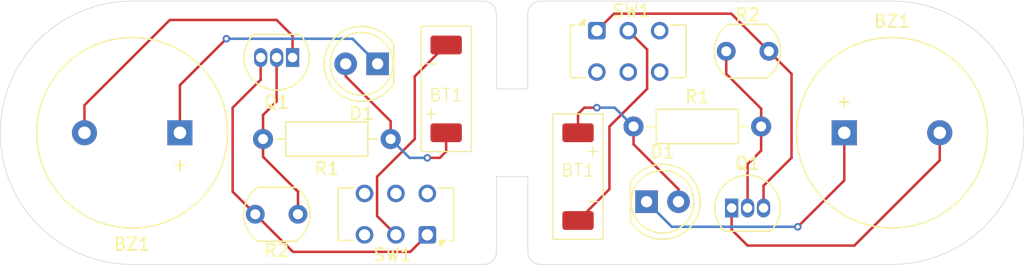
<source format=kicad_pcb>
(kicad_pcb (version 20241229) (generator "pcbnew") (generator_version "9.0")
  (layers (0 "F.Cu" signal) (2 "B.Cu" signal) (13 "F.Paste" user) (15 "B.Paste" user) (5 "F.SilkS" user "F.Silkscreen") (7 "B.SilkS" user "B.Silkscreen") (1 "F.Mask" user) (3 "B.Mask" user) (25 "Edge.Cuts" user))
  (net 0 "")
  (net 1 "Net-(BT1--)")
  (net 2 "Net-(BT1-+)")
  (net 3 "Net-(BZ1--)")
  (net 4 "Net-(BZ1-+)")
  (net 5 "Net-(Q1-B)")
  (net 6 "Net-(Q1-E)")
  (footprint "Package_TO_SOT_THT:TO-92_Inline" (layer "F.Cu") (at 123.77 84 180)
    (property "Reference" "Q1" (at 1.27 -3.56 0) (layer "F.SilkS"))
    (property "Value" "BC547")
    (fp_line (start -0.53 1.85) (end 3.07 1.85) (stroke (width 0.12)) (layer "F.SilkS"))
    (fp_arc (start 1.27 -2.6) (mid 3.672087 -0.994977) (end 3.108478 1.838478) (stroke (width 0.12)) (layer "F.SilkS"))
    (fp_arc (start -0.568478 1.838478) (mid -1.132087 -0.994977) (end 1.27 -2.6) (stroke (width 0.12)) (layer "F.SilkS"))
    (pad "1" thru_hole rect (at 0 0 180) (size 1.05 1.5) (drill 0.75) (layers "*.Cu" "*.Mask") (net 3 "Net-(BZ1--)"))
    (pad "2" thru_hole oval (at 1.27 0 180) (size 1.05 1.5) (drill 0.75) (layers "*.Cu" "*.Mask") (net 5 "Net-(Q1-B)"))
    (pad "3" thru_hole oval (at 2.54 0 180) (size 1.05 1.5) (drill 0.75) (layers "*.Cu" "*.Mask") (net 6 "Net-(Q1-E)"))
  )
  (footprint "Button_Switch_THT:SW_CK_JS202011CQN_DPDT_Straight" (layer "F.Cu") (at 148 81.8575)
    (property "Reference" "SW1" (at 2.75 -1.6 0) (layer "F.SilkS"))
    (property "Value" "SW_SPDT")
    (fp_line (start -2.1 -0.45) (end -2.1 3.75) (stroke (width 0.12)) (layer "F.SilkS"))
    (fp_line (start -2.1 3.75) (end -0.9 3.75) (stroke (width 0.12)) (layer "F.SilkS"))
    (fp_line (start -1.75 -0.45) (end -2.1 -0.45) (stroke (width 0.12)) (layer "F.SilkS"))
    (fp_line (start 5.9 -0.45) (end 7.1 -0.45) (stroke (width 0.12)) (layer "F.SilkS"))
    (fp_line (start 7.1 -0.45) (end 7.1 3.75) (stroke (width 0.12)) (layer "F.SilkS"))
    (fp_line (start 7.1 3.75) (end 5.9 3.75) (stroke (width 0.12)) (layer "F.SilkS"))
    (fp_poly (pts (xy -1 -0.45) (xy -1.48 -0.45) (xy -1 -0.93) (xy -1 -0.45)) (stroke (width 0.12)) (fill yes) (layer "F.SilkS"))
    (pad "1" thru_hole roundrect (at 0 0) (size 1.4 1.4) (drill 0.9) (layers "*.Cu" "*.Mask") (roundrect_rratio 0.1785714286) (net 6 "Net-(Q1-E)"))
    (pad "2" thru_hole circle (at 2.5 0) (size 1.4 1.4) (drill 0.9) (layers "*.Cu" "*.Mask") (net 1 "Net-(BT1--)"))
    (pad "3" thru_hole circle (at 5 0) (size 1.4 1.4) (drill 0.9) (layers "*.Cu" "*.Mask"))
    (pad "4" thru_hole circle (at 5 3.3) (size 1.4 1.4) (drill 0.9) (layers "*.Cu" "*.Mask"))
    (pad "5" thru_hole circle (at 2.5 3.3) (size 1.4 1.4) (drill 0.9) (layers "*.Cu" "*.Mask"))
    (pad "6" thru_hole circle (at 0 3.3) (size 1.4 1.4) (drill 0.9) (layers "*.Cu" "*.Mask"))
  )
  (footprint "Custom_Footprints:Battery" (layer "F.Cu") (at 136 86.5 180)
    (property "Reference" "BT1" (at 0 -0.5 0) (layer "F.SilkS") (effects (font (thickness 0.1))))
    (property "Value" "9V")
    (fp_rect (start -2 -5) (end 2 5) (stroke (width 0.1)) (fill no) (layer "F.SilkS"))
    (fp_text user "+" (at 0.5 -1.5 180) (layer "F.SilkS") (effects (font (thickness 0.1)) (justify left bottom)))
    (fp_text user "-" (at 0.5 2.5 180) (layer "F.SilkS") (effects (font (thickness 0.1)) (justify left bottom)))
    (pad "1" smd roundrect (at 0 -3.5 180) (size 2.5 1.5) (layers "F.Cu" "F.Mask" "F.Paste") (roundrect_rratio 0.15) (net 2 "Net-(BT1-+)"))
    (pad "2" smd roundrect (at 0 3.5 180) (size 2.5 1.5) (layers "F.Cu" "F.Mask" "F.Paste") (roundrect_rratio 0.15) (net 1 "Net-(BT1--)"))
  )
  (footprint "Buzzer_Beeper:Buzzer_15x7.5RM7.6" (layer "F.Cu") (at 167.7 90)
    (property "Reference" "BZ1" (at 3.81 -8.89 0) (layer "F.SilkS"))
    (property "Value" "3V")
    (fp_circle (center 3.8 0) (end 11.4 0) (stroke (width 0.12)) (fill no) (layer "F.SilkS"))
    (fp_text user "+" (at -0.01 -2.54 0) (layer "F.SilkS"))
    (pad "1" thru_hole rect (at 0 0) (size 2 2) (drill 1) (layers "*.Cu" "*.Mask") (net 4 "Net-(BZ1-+)"))
    (pad "2" thru_hole circle (at 7.6 0) (size 2 2) (drill 1) (layers "*.Cu" "*.Mask") (net 3 "Net-(BZ1--)"))
  )
  (footprint "Custom_Footprints:Battery" (layer "F.Cu") (at 146.5 93.5)
    (property "Reference" "BT1" (at 0 -0.5 0) (layer "F.SilkS") (effects (font (thickness 0.1))))
    (property "Value" "9V")
    (fp_rect (start -2 -5) (end 2 5) (stroke (width 0.1)) (fill no) (layer "F.SilkS"))
    (fp_text user "-" (at 0.5 2.5 0) (layer "F.SilkS") (effects (font (thickness 0.1)) (justify left bottom)))
    (fp_text user "+" (at 0.5 -1.5 0) (layer "F.SilkS") (effects (font (thickness 0.1)) (justify left bottom)))
    (pad "1" smd roundrect (at 0 -3.5) (size 2.5 1.5) (layers "F.Cu" "F.Mask" "F.Paste") (roundrect_rratio 0.15) (net 2 "Net-(BT1-+)"))
    (pad "2" smd roundrect (at 0 3.5) (size 2.5 1.5) (layers "F.Cu" "F.Mask" "F.Paste") (roundrect_rratio 0.15) (net 1 "Net-(BT1--)"))
  )
  (footprint "Button_Switch_THT:SW_CK_JS202011CQN_DPDT_Straight" (layer "F.Cu") (at 134.5 98.1425 180)
    (property "Reference" "SW1" (at 2.75 -1.6 0) (layer "F.SilkS"))
    (property "Value" "SW_SPDT")
    (fp_line (start 7.1 3.75) (end 5.9 3.75) (stroke (width 0.12)) (layer "F.SilkS"))
    (fp_line (start 7.1 -0.45) (end 7.1 3.75) (stroke (width 0.12)) (layer "F.SilkS"))
    (fp_line (start 5.9 -0.45) (end 7.1 -0.45) (stroke (width 0.12)) (layer "F.SilkS"))
    (fp_line (start -1.75 -0.45) (end -2.1 -0.45) (stroke (width 0.12)) (layer "F.SilkS"))
    (fp_line (start -2.1 3.75) (end -0.9 3.75) (stroke (width 0.12)) (layer "F.SilkS"))
    (fp_line (start -2.1 -0.45) (end -2.1 3.75) (stroke (width 0.12)) (layer "F.SilkS"))
    (fp_poly (pts (xy -1 -0.45) (xy -1.48 -0.45) (xy -1 -0.93) (xy -1 -0.45)) (stroke (width 0.12)) (fill yes) (layer "F.SilkS"))
    (pad "1" thru_hole roundrect (at 0 0 180) (size 1.4 1.4) (drill 0.9) (layers "*.Cu" "*.Mask") (roundrect_rratio 0.1785714286) (net 6 "Net-(Q1-E)"))
    (pad "2" thru_hole circle (at 2.5 0 180) (size 1.4 1.4) (drill 0.9) (layers "*.Cu" "*.Mask") (net 1 "Net-(BT1--)"))
    (pad "3" thru_hole circle (at 5 0 180) (size 1.4 1.4) (drill 0.9) (layers "*.Cu" "*.Mask"))
    (pad "4" thru_hole circle (at 5 3.3 180) (size 1.4 1.4) (drill 0.9) (layers "*.Cu" "*.Mask"))
    (pad "5" thru_hole circle (at 2.5 3.3 180) (size 1.4 1.4) (drill 0.9) (layers "*.Cu" "*.Mask"))
    (pad "6" thru_hole circle (at 0 3.3 180) (size 1.4 1.4) (drill 0.9) (layers "*.Cu" "*.Mask"))
  )
  (footprint "LED_THT:LED_D5.0mm_Clear" (layer "F.Cu") (at 130.54 84.5 180)
    (property "Reference" "D1" (at 1.27 -3.96 0) (layer "F.SilkS"))
    (property "Value" "3V")
    (fp_line (start -1.29 -1.545) (end -1.29 1.545) (stroke (width 0.12)) (layer "F.SilkS"))
    (fp_arc (start 4.26 0) (mid 2.071779 2.880495) (end -1.29 1.54483) (stroke (width 0.12)) (layer "F.SilkS"))
    (fp_arc (start -1.29 -1.54483) (mid 2.071779 -2.880495) (end 4.26 0) (stroke (width 0.12)) (layer "F.SilkS"))
    (fp_circle (center 1.27 0) (end 3.77 0) (stroke (width 0.12)) (fill no) (layer "F.SilkS"))
    (pad "1" thru_hole rect (at 0 0 180) (size 1.8 1.8) (drill 0.9) (layers "*.Cu" "*.Mask") (net 4 "Net-(BZ1-+)"))
    (pad "2" thru_hole circle (at 2.54 0 180) (size 1.8 1.8) (drill 0.9) (layers "*.Cu" "*.Mask") (net 2 "Net-(BT1-+)"))
  )
  (footprint "Resistor_THT:R_Axial_DIN0207_L6.3mm_D2.5mm_P10.16mm_Horizontal" (layer "F.Cu") (at 131.58 90.5 180)
    (property "Reference" "R1" (at 5.08 -2.37 0) (layer "F.SilkS"))
    (property "Value" "200R")
    (fp_line (start 9.12 0) (end 8.35 0) (stroke (width 0.12)) (layer "F.SilkS"))
    (fp_line (start 1.04 0) (end 1.81 0) (stroke (width 0.12)) (layer "F.SilkS"))
    (fp_rect (start 1.81 -1.37) (end 8.35 1.37) (stroke (width 0.12)) (fill no) (layer "F.SilkS"))
    (pad "1" thru_hole circle (at 0 0 180) (size 1.6 1.6) (drill 0.8) (layers "*.Cu" "*.Mask") (net 2 "Net-(BT1-+)"))
    (pad "2" thru_hole circle (at 10.16 0 180) (size 1.6 1.6) (drill 0.8) (layers "*.Cu" "*.Mask") (net 5 "Net-(Q1-B)"))
  )
  (footprint "OptoDevice:R_LDR_5.1x4.3mm_P3.4mm_Vertical" (layer "F.Cu") (at 158.3 83.5)
    (property "Reference" "R2" (at 1.7 -2.9 0) (layer "F.SilkS"))
    (property "Value" "LDR07")
    (fp_line (start 0.15 -2.15) (end 3.2 -2.15) (stroke (width 0.12)) (layer "F.SilkS"))
    (fp_line (start 0.15 2.15) (end 3.2 2.15) (stroke (width 0.12)) (layer "F.SilkS"))
    (fp_arc (start 0.15 2.15) (mid -0.950438 -0.013368) (end 0.171766 -2.165525) (stroke (width 0.12)) (layer "F.SilkS"))
    (fp_arc (start 3.2 -2.15) (mid 4.321403 -0.027338) (end 3.244513 2.118249) (stroke (width 0.12)) (layer "F.SilkS"))
    (pad "1" thru_hole circle (at 0 0) (size 1.5 1.5) (drill 0.8) (layers "*.Cu" "*.Mask") (net 5 "Net-(Q1-B)"))
    (pad "2" thru_hole circle (at 3.4 0) (size 1.5 1.5) (drill 0.8) (layers "*.Cu" "*.Mask") (net 6 "Net-(Q1-E)"))
  )
  (footprint "Resistor_THT:R_Axial_DIN0207_L6.3mm_D2.5mm_P10.16mm_Horizontal" (layer "F.Cu") (at 150.92 89.5)
    (property "Reference" "R1" (at 5.08 -2.37 0) (layer "F.SilkS"))
    (property "Value" "200R")
    (fp_line (start 1.04 0) (end 1.81 0) (stroke (width 0.12)) (layer "F.SilkS"))
    (fp_line (start 9.12 0) (end 8.35 0) (stroke (width 0.12)) (layer "F.SilkS"))
    (fp_rect (start 1.81 -1.37) (end 8.35 1.37) (stroke (width 0.12)) (fill no) (layer "F.SilkS"))
    (pad "1" thru_hole circle (at 0 0) (size 1.6 1.6) (drill 0.8) (layers "*.Cu" "*.Mask") (net 2 "Net-(BT1-+)"))
    (pad "2" thru_hole circle (at 10.16 0) (size 1.6 1.6) (drill 0.8) (layers "*.Cu" "*.Mask") (net 5 "Net-(Q1-B)"))
  )
  (footprint "LED_THT:LED_D5.0mm_Clear" (layer "F.Cu") (at 151.96 95.5)
    (property "Reference" "D1" (at 1.27 -3.96 0) (layer "F.SilkS"))
    (property "Value" "3V")
    (fp_line (start -1.29 -1.545) (end -1.29 1.545) (stroke (width 0.12)) (layer "F.SilkS"))
    (fp_arc (start -1.29 -1.54483) (mid 2.071779 -2.880495) (end 4.26 0) (stroke (width 0.12)) (layer "F.SilkS"))
    (fp_arc (start 4.26 0) (mid 2.071779 2.880495) (end -1.29 1.54483) (stroke (width 0.12)) (layer "F.SilkS"))
    (fp_circle (center 1.27 0) (end 3.77 0) (stroke (width 0.12)) (fill no) (layer "F.SilkS"))
    (pad "1" thru_hole rect (at 0 0) (size 1.8 1.8) (drill 0.9) (layers "*.Cu" "*.Mask") (net 4 "Net-(BZ1-+)"))
    (pad "2" thru_hole circle (at 2.54 0) (size 1.8 1.8) (drill 0.9) (layers "*.Cu" "*.Mask") (net 2 "Net-(BT1-+)"))
  )
  (footprint "Package_TO_SOT_THT:TO-92_Inline" (layer "F.Cu") (at 158.73 96)
    (property "Reference" "Q1" (at 1.27 -3.56 0) (layer "F.SilkS"))
    (property "Value" "BC547")
    (fp_line (start -0.53 1.85) (end 3.07 1.85) (stroke (width 0.12)) (layer "F.SilkS"))
    (fp_arc (start -0.568478 1.838478) (mid -1.132087 -0.994977) (end 1.27 -2.6) (stroke (width 0.12)) (layer "F.SilkS"))
    (fp_arc (start 1.27 -2.6) (mid 3.672087 -0.994977) (end 3.108478 1.838478) (stroke (width 0.12)) (layer "F.SilkS"))
    (pad "1" thru_hole rect (at 0 0) (size 1.05 1.5) (drill 0.75) (layers "*.Cu" "*.Mask") (net 3 "Net-(BZ1--)"))
    (pad "2" thru_hole oval (at 1.27 0) (size 1.05 1.5) (drill 0.75) (layers "*.Cu" "*.Mask") (net 5 "Net-(Q1-B)"))
    (pad "3" thru_hole oval (at 2.54 0) (size 1.05 1.5) (drill 0.75) (layers "*.Cu" "*.Mask") (net 6 "Net-(Q1-E)"))
  )
  (footprint "OptoDevice:R_LDR_5.1x4.3mm_P3.4mm_Vertical" (layer "F.Cu") (at 124.2 96.5 180)
    (property "Reference" "R2" (at 1.7 -2.9 0) (layer "F.SilkS"))
    (property "Value" "LDR07")
    (fp_line (start 0.15 2.15) (end 3.2 2.15) (stroke (width 0.12)) (layer "F.SilkS"))
    (fp_line (start 0.15 -2.15) (end 3.2 -2.15) (stroke (width 0.12)) (layer "F.SilkS"))
    (fp_arc (start 3.2 -2.15) (mid 4.321403 -0.027338) (end 3.244513 2.118249) (stroke (width 0.12)) (layer "F.SilkS"))
    (fp_arc (start 0.15 2.15) (mid -0.950438 -0.013368) (end 0.171766 -2.165525) (stroke (width 0.12)) (layer "F.SilkS"))
    (pad "1" thru_hole circle (at 0 0 180) (size 1.5 1.5) (drill 0.8) (layers "*.Cu" "*.Mask") (net 5 "Net-(Q1-B)"))
    (pad "2" thru_hole circle (at 3.4 0 180) (size 1.5 1.5) (drill 0.8) (layers "*.Cu" "*.Mask") (net 6 "Net-(Q1-E)"))
  )
  (footprint "Buzzer_Beeper:Buzzer_15x7.5RM7.6" (layer "F.Cu") (at 114.8 90 180)
    (property "Reference" "BZ1" (at 3.81 -8.89 0) (layer "F.SilkS"))
    (property "Value" "3V")
    (fp_circle (center 3.8 0) (end 11.4 0) (stroke (width 0.12)) (fill no) (layer "F.SilkS"))
    (fp_text user "+" (at -0.01 -2.54 0) (layer "F.SilkS"))
    (pad "1" thru_hole rect (at 0 0 180) (size 2 2) (drill 1) (layers "*.Cu" "*.Mask") (net 4 "Net-(BZ1-+)"))
    (pad "2" thru_hole circle (at 7.6 0 180) (size 2 2) (drill 1) (layers "*.Cu" "*.Mask") (net 3 "Net-(BZ1--)"))
  )
  (gr_arc (start 143.5 100.5) (mid 142.792893 100.207107) (end 142.5 99.5) (stroke (width 0.05)) (layer "Edge.Cuts"))
  (gr_line (start 111 100.5) (end 139 100.5) (stroke (width 0.05)) (layer "Edge.Cuts"))
  (gr_line (start 139 79.5) (end 111 79.5) (stroke (width 0.05)) (layer "Edge.Cuts"))
  (gr_arc (start 139 79.5) (mid 139.707107 79.792893) (end 140 80.5) (stroke (width 0.05)) (layer "Edge.Cuts"))
  (gr_line (start 140 93.5) (end 142.5 93.5) (stroke (width 0.05)) (layer "Edge.Cuts"))
  (gr_arc (start 111 100.5) (mid 100.5 90) (end 111 79.5) (stroke (width 0.05)) (layer "Edge.Cuts"))
  (gr_line (start 142.5 86.5) (end 142.5 80.5) (stroke (width 0.05)) (layer "Edge.Cuts"))
  (gr_line (start 143.5 100.5) (end 171.5 100.5) (stroke (width 0.05)) (layer "Edge.Cuts"))
  (gr_arc (start 142.5 80.5) (mid 142.792893 79.792893) (end 143.5 79.5) (stroke (width 0.05)) (layer "Edge.Cuts"))
  (gr_arc (start 171.5 79.5) (mid 182 90) (end 171.5 100.5) (stroke (width 0.05)) (layer "Edge.Cuts"))
  (gr_line (start 140 99.5) (end 140 93.5) (stroke (width 0.05)) (layer "Edge.Cuts"))
  (gr_line (start 140 80.5) (end 140 86.5) (stroke (width 0.05)) (layer "Edge.Cuts"))
  (gr_line (start 142.5 93.5) (end 142.5 99.5) (stroke (width 0.05)) (layer "Edge.Cuts"))
  (gr_arc (start 140 99.5) (mid 139.707107 100.207107) (end 139 100.5) (stroke (width 0.05)) (layer "Edge.Cuts"))
  (gr_line (start 140 86.5) (end 142.5 86.5) (stroke (width 0.05)) (layer "Edge.Cuts"))
  (gr_line (start 171.5 79.5) (end 143.5 79.5) (stroke (width 0.05)) (layer "Edge.Cuts"))
  (segment (start 133.5 85.5) (end 136 83) (width 0.2) (layer "F.Cu") (net 1))
  (segment (start 133.5 90.5) (end 133.5 85.5) (width 0.2) (layer "F.Cu") (net 1))
  (segment (start 150.5 81.8575) (end 152 83.3575) (width 0.2) (layer "F.Cu") (net 1))
  (segment (start 152 83.3575) (end 152 86.5) (width 0.2) (layer "F.Cu") (net 1))
  (segment (start 152 86.5) (end 149 89.5) (width 0.2) (layer "F.Cu") (net 1))
  (segment (start 130.5 93.5) (end 133.5 90.5) (width 0.2) (layer "F.Cu") (net 1))
  (segment (start 149 94.5) (end 146.5 97) (width 0.2) (layer "F.Cu") (net 1))
  (segment (start 132 98.1425) (end 130.5 96.6425) (width 0.2) (layer "F.Cu") (net 1))
  (segment (start 149 89.5) (end 149 94.5) (width 0.2) (layer "F.Cu") (net 1))
  (segment (start 130.5 96.6425) (end 130.5 93.5) (width 0.2) (layer "F.Cu") (net 1))
  (segment (start 154.5 94.5) (end 154.5 95.5) (width 0.2) (layer "F.Cu") (net 2))
  (segment (start 136 90) (end 136 91.5) (width 0.2) (layer "F.Cu") (net 2))
  (segment (start 150.92 90.92) (end 154.5 94.5) (width 0.2) (layer "F.Cu") (net 2))
  (segment (start 136 91.5) (end 135.5 92) (width 0.2) (layer "F.Cu") (net 2))
  (segment (start 146.5 90) (end 146.5 88.5) (width 0.2) (layer "F.Cu") (net 2))
  (segment (start 150.92 89.5) (end 150.92 90.92) (width 0.2) (layer "F.Cu") (net 2))
  (segment (start 147 88) (end 148 88) (width 0.2) (layer "F.Cu") (net 2))
  (segment (start 131.58 89.08) (end 128 85.5) (width 0.2) (layer "F.Cu") (net 2))
  (segment (start 128 85.5) (end 128 84.5) (width 0.2) (layer "F.Cu") (net 2))
  (segment (start 131.58 90.5) (end 131.58 89.08) (width 0.2) (layer "F.Cu") (net 2))
  (segment (start 146.5 88.5) (end 147 88) (width 0.2) (layer "F.Cu") (net 2))
  (segment (start 135.5 92) (end 134.5 92) (width 0.2) (layer "F.Cu") (net 2))
  (via (at 148 88) (size 0.6) (drill 0.3) (layers "F.Cu" "B.Cu") (net 2))
  (via (at 134.5 92) (size 0.6) (drill 0.3) (layers "F.Cu" "B.Cu") (net 2))
  (segment (start 149.42 88) (end 150.92 89.5) (width 0.2) (layer "B.Cu") (net 2))
  (segment (start 134.5 92) (end 133.08 92) (width 0.2) (layer "B.Cu") (net 2))
  (segment (start 148 88) (end 149.42 88) (width 0.2) (layer "B.Cu") (net 2))
  (segment (start 133.08 92) (end 131.58 90.5) (width 0.2) (layer "B.Cu") (net 2))
  (segment (start 107.2 90) (end 107.2 87.8) (width 0.2) (layer "F.Cu") (net 3))
  (segment (start 175.3 90) (end 175.3 92.2) (width 0.2) (layer "F.Cu") (net 3))
  (segment (start 123.77 82.27) (end 123.77 84) (width 0.2) (layer "F.Cu") (net 3))
  (segment (start 160 99) (end 158.73 97.73) (width 0.2) (layer "F.Cu") (net 3))
  (segment (start 107.2 87.8) (end 114 81) (width 0.2) (layer "F.Cu") (net 3))
  (segment (start 158.73 97.73) (end 158.73 96) (width 0.2) (layer "F.Cu") (net 3))
  (segment (start 122.5 81) (end 123.77 82.27) (width 0.2) (layer "F.Cu") (net 3))
  (segment (start 114 81) (end 122.5 81) (width 0.2) (layer "F.Cu") (net 3))
  (segment (start 168.5 99) (end 160 99) (width 0.2) (layer "F.Cu") (net 3))
  (segment (start 175.3 92.2) (end 168.5 99) (width 0.2) (layer "F.Cu") (net 3))
  (segment (start 114.8 86.2) (end 118.5 82.5) (width 0.2) (layer "F.Cu") (net 4))
  (segment (start 167.7 90) (end 167.7 93.8) (width 0.2) (layer "F.Cu") (net 4))
  (segment (start 167.7 93.8) (end 164 97.5) (width 0.2) (layer "F.Cu") (net 4))
  (segment (start 114.8 90) (end 114.8 86.2) (width 0.2) (layer "F.Cu") (net 4))
  (via (at 164 97.5) (size 0.6) (drill 0.3) (layers "F.Cu" "B.Cu") (net 4))
  (via (at 118.5 82.5) (size 0.6) (drill 0.3) (layers "F.Cu" "B.Cu") (net 4))
  (segment (start 128.54 82.5) (end 130.54 84.5) (width 0.2) (layer "B.Cu") (net 4))
  (segment (start 153.96 97.5) (end 151.96 95.5) (width 0.2) (layer "B.Cu") (net 4))
  (segment (start 164 97.5) (end 153.96 97.5) (width 0.2) (layer "B.Cu") (net 4))
  (segment (start 118.5 82.5) (end 128.54 82.5) (width 0.2) (layer "B.Cu") (net 4))
  (segment (start 124.2 94.7) (end 124.2 96.5) (width 0.2) (layer "F.Cu") (net 5))
  (segment (start 121.42 90.5) (end 121.42 91.92) (width 0.2) (layer "F.Cu") (net 5))
  (segment (start 122.5 87.5) (end 121.42 88.58) (width 0.2) (layer "F.Cu") (net 5))
  (segment (start 161.08 89.5) (end 161.08 88.08) (width 0.2) (layer "F.Cu") (net 5))
  (segment (start 121.42 91.92) (end 124.2 94.7) (width 0.2) (layer "F.Cu") (net 5))
  (segment (start 161.08 88.08) (end 158.3 85.3) (width 0.2) (layer "F.Cu") (net 5))
  (segment (start 161.08 91.42) (end 161.08 89.5) (width 0.2) (layer "F.Cu") (net 5))
  (segment (start 160 96) (end 160 92.5) (width 0.2) (layer "F.Cu") (net 5))
  (segment (start 121.42 88.58) (end 121.42 90.5) (width 0.2) (layer "F.Cu") (net 5))
  (segment (start 160 92.5) (end 161.08 91.42) (width 0.2) (layer "F.Cu") (net 5))
  (segment (start 122.5 84) (end 122.5 87.5) (width 0.2) (layer "F.Cu") (net 5))
  (segment (start 158.3 85.3) (end 158.3 83.5) (width 0.2) (layer "F.Cu") (net 5))
  (segment (start 161.27 94.23) (end 163.5 92) (width 0.2) (layer "F.Cu") (net 6))
  (segment (start 163.5 92) (end 163.5 85.3) (width 0.2) (layer "F.Cu") (net 6))
  (segment (start 119 88) (end 119 94.7) (width 0.2) (layer "F.Cu") (net 6))
  (segment (start 161.27 96) (end 161.27 94.23) (width 0.2) (layer "F.Cu") (net 6))
  (segment (start 163.5 85.3) (end 161.7 83.5) (width 0.2) (layer "F.Cu") (net 6))
  (segment (start 133.1425 99.5) (end 134.5 98.1425) (width 0.2) (layer "F.Cu") (net 6))
  (segment (start 121.23 84) (end 121.23 85.77) (width 0.2) (layer "F.Cu") (net 6))
  (segment (start 158.7 80.5) (end 149.3575 80.5) (width 0.2) (layer "F.Cu") (net 6))
  (segment (start 161.7 83.5) (end 158.7 80.5) (width 0.2) (layer "F.Cu") (net 6))
  (segment (start 149.3575 80.5) (end 148 81.8575) (width 0.2) (layer "F.Cu") (net 6))
  (segment (start 123.8 99.5) (end 133.1425 99.5) (width 0.2) (layer "F.Cu") (net 6))
  (segment (start 120.8 96.5) (end 123.8 99.5) (width 0.2) (layer "F.Cu") (net 6))
  (segment (start 119 94.7) (end 120.8 96.5) (width 0.2) (layer "F.Cu") (net 6))
  (segment (start 121.23 85.77) (end 119 88) (width 0.2) (layer "F.Cu") (net 6))
)
</source>
